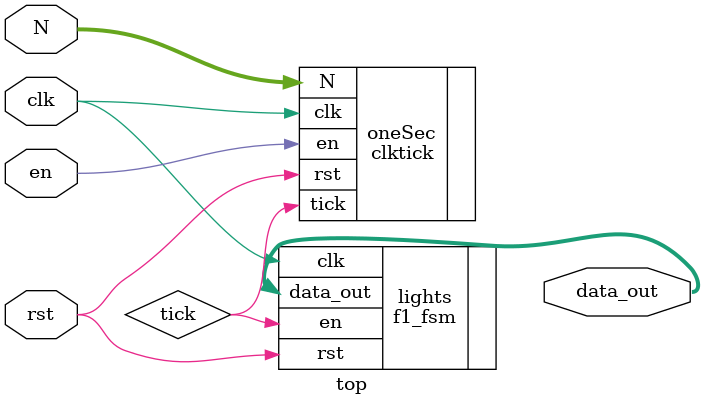
<source format=sv>
module top #(parameter WIDTH = 16
)(
    output logic [7:0] data_out,
    input logic en,
    input logic rst,
    input logic clk,
    input logic [WIDTH-1:0] N
    
);

logic tick;

clktick oneSec(
    .clk (clk),
    .rst (rst),
    .en (en),
    .N (N),
    .tick (tick)
);

f1_fsm lights(
    .clk(clk),
    .en(tick),
    .rst(rst),
    .data_out(data_out)
);

endmodule

</source>
